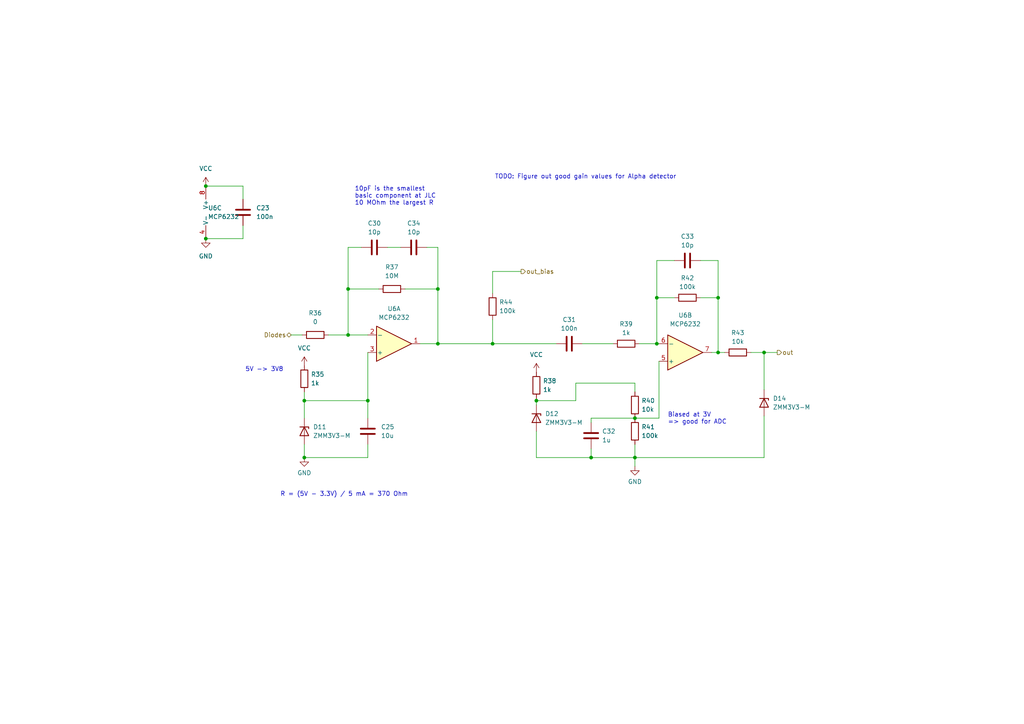
<source format=kicad_sch>
(kicad_sch (version 20231120) (generator "eeschema") (generator_version "8.0")
  (paper "A4")
  (lib_symbols
    (symbol "Amplifier_Operational:LM358" (pin_names (offset 0.127))
      (property "Reference" "U" (at 0 5.08 0))
      (property "Value" "LM358" (at 0 -5.08 0))
      (symbol "LM358_1_1"
        (polyline (pts (xy -5.08 5.08) (xy 5.08 0) (xy -5.08 -5.08) (xy -5.08 5.08)) (stroke (width 0.254)) (fill (type background)))
        (pin output line (at 7.62 0 180) (length 2.54) (name "~") (number "1"))
        (pin input line (at -7.62 -2.54 0) (length 2.54) (name "-") (number "2"))
        (pin input line (at -7.62 2.54 0) (length 2.54) (name "+") (number "3"))
      )
      (symbol "LM358_2_1"
        (polyline (pts (xy -5.08 5.08) (xy 5.08 0) (xy -5.08 -5.08) (xy -5.08 5.08)) (stroke (width 0.254)) (fill (type background)))
        (pin input line (at -7.62 2.54 0) (length 2.54) (name "+") (number "5"))
        (pin input line (at -7.62 -2.54 0) (length 2.54) (name "-") (number "6"))
        (pin output line (at 7.62 0 180) (length 2.54) (name "~") (number "7"))
      )
      (symbol "LM358_3_1"
        (pin power_in line (at -2.54 -7.62 90) (length 3.81) (name "V-") (number "4"))
        (pin power_in line (at -2.54 7.62 270) (length 3.81) (name "V+") (number "8"))
      )
    )
    (symbol "Device:C" (pin_numbers hide) (pin_names (offset 0.254))
      (property "Reference" "C" (at 0.635 2.54 0))
      (property "Value" "C" (at 0.635 -2.54 0))
      (symbol "C_0_1"
        (polyline (pts (xy -2.032 -0.762) (xy 2.032 -0.762)) (stroke (width 0.508)))
        (polyline (pts (xy -2.032 0.762) (xy 2.032 0.762)) (stroke (width 0.508)))
      )
      (symbol "C_1_1"
        (pin passive line (at 0 3.81 270) (length 2.794) (name "~") (number "1"))
        (pin passive line (at 0 -3.81 90) (length 2.794) (name "~") (number "2"))
      )
    )
    (symbol "Device:R" (pin_numbers hide) (pin_names (offset 0))
      (property "Reference" "R" (at 2.032 0 90))
      (property "Value" "R" (at 0 0 90))
      (symbol "R_0_1"
        (rectangle (start -1.016 -2.54) (end 1.016 2.54) (stroke (width 0.254)))
      )
      (symbol "R_1_1"
        (pin passive line (at 0 3.81 270) (length 1.27) (name "~") (number "1"))
        (pin passive line (at 0 -3.81 90) (length 1.27) (name "~") (number "2"))
      )
    )
    (symbol "Diode:ZMMxx" (pin_numbers hide) (pin_names hide)
      (property "Reference" "D" (at 0 2.54 0))
      (property "Value" "ZMMxx" (at 0 -2.54 0))
      (symbol "ZMMxx_0_1"
        (polyline (pts (xy 1.27 0) (xy -1.27 0)))
        (polyline (pts (xy -1.27 -1.27) (xy -1.27 1.27) (xy -0.762 1.27)) (stroke (width 0.254)))
        (polyline (pts (xy 1.27 -1.27) (xy 1.27 1.27) (xy -1.27 0) (xy 1.27 -1.27)) (stroke (width 0.254)))
      )
      (symbol "ZMMxx_1_1"
        (pin passive line (at -3.81 0 0) (length 2.54) (name "K") (number "1"))
        (pin passive line (at 3.81 0 180) (length 2.54) (name "A") (number "2"))
      )
    )
    (symbol "power:GND" (power) (pin_names (offset 0))
      (property "Value" "GND" (at 0 -3.81 0))
      (symbol "GND_0_1"
        (polyline (pts (xy 0 0) (xy 0 -1.27) (xy 1.27 -1.27) (xy 0 -2.54) (xy -1.27 -1.27) (xy 0 -1.27)))
      )
      (symbol "GND_1_1"
        (pin power_in line (at 0 0 270) (length 0) hide (name "GND") (number "1"))
      )
    )
    (symbol "power:VCC" (power) (pin_names (offset 0))
      (property "Value" "VCC" (at 0 3.81 0))
      (symbol "VCC_0_1"
        (polyline (pts (xy -0.762 1.27) (xy 0 2.54)))
        (polyline (pts (xy 0 0) (xy 0 2.54)))
        (polyline (pts (xy 0 2.54) (xy 0.762 1.27)))
      )
      (symbol "VCC_1_1"
        (pin power_in line (at 0 0 90) (length 0) hide (name "VCC") (number "1"))
      )
    )
  )
  (junction (at 127 99.695))
  (junction (at 88.265 132.715))
  (junction (at 171.45 132.715))
  (junction (at 221.615 102.235))
  (junction (at 190.5 86.36))
  (junction (at 208.28 102.235))
  (junction (at 184.15 121.285))
  (junction (at 190.5 99.695))
  (junction (at 184.15 132.715))
  (junction (at 100.965 97.155))
  (junction (at 100.965 83.82))
  (junction (at 59.69 53.975))
  (junction (at 106.68 116.205))
  (junction (at 59.69 69.215))
  (junction (at 127 83.82))
  (junction (at 88.265 116.205))
  (junction (at 208.28 86.36))
  (junction (at 155.575 116.205))
  (junction (at 142.875 99.695))
  (wire (pts (xy 117.475 83.82) (xy 127 83.82)))
  (wire (pts (xy 70.485 53.975) (xy 70.485 57.785)))
  (wire (pts (xy 88.265 121.285) (xy 88.265 116.205)))
  (wire (pts (xy 184.15 135.255) (xy 184.15 132.715)))
  (wire (pts (xy 88.265 116.205) (xy 106.68 116.205)))
  (wire (pts (xy 95.25 97.155) (xy 100.965 97.155)))
  (wire (pts (xy 155.575 116.205) (xy 167.005 116.205)))
  (wire (pts (xy 155.575 115.57) (xy 155.575 116.205)))
  (wire (pts (xy 203.2 86.36) (xy 208.28 86.36)))
  (wire (pts (xy 203.2 75.565) (xy 208.28 75.565)))
  (wire (pts (xy 106.68 128.905) (xy 106.68 132.715)))
  (wire (pts (xy 59.69 69.215) (xy 70.485 69.215)))
  (wire (pts (xy 191.135 121.285) (xy 191.135 104.775)))
  (wire (pts (xy 123.825 71.755) (xy 127 71.755)))
  (wire (pts (xy 177.8 99.695) (xy 168.91 99.695)))
  (wire (pts (xy 208.28 102.235) (xy 210.185 102.235)))
  (wire (pts (xy 208.28 86.36) (xy 208.28 102.235)))
  (wire (pts (xy 171.45 132.715) (xy 155.575 132.715)))
  (wire (pts (xy 190.5 99.695) (xy 191.135 99.695)))
  (wire (pts (xy 184.15 132.715) (xy 184.15 128.905)))
  (wire (pts (xy 171.45 122.555) (xy 171.45 121.285)))
  (wire (pts (xy 171.45 121.285) (xy 184.15 121.285)))
  (wire (pts (xy 70.485 69.215) (xy 70.485 65.405)))
  (wire (pts (xy 184.15 121.285) (xy 191.135 121.285)))
  (wire (pts (xy 88.265 132.715) (xy 88.265 128.905)))
  (wire (pts (xy 127 99.695) (xy 142.875 99.695)))
  (wire (pts (xy 155.575 125.095) (xy 155.575 132.715)))
  (wire (pts (xy 121.92 99.695) (xy 127 99.695)))
  (wire (pts (xy 184.15 132.715) (xy 221.615 132.715)))
  (wire (pts (xy 167.005 111.125) (xy 184.15 111.125)))
  (wire (pts (xy 171.45 130.175) (xy 171.45 132.715)))
  (wire (pts (xy 208.28 75.565) (xy 208.28 86.36)))
  (wire (pts (xy 155.575 116.205) (xy 155.575 117.475)))
  (wire (pts (xy 142.875 92.71) (xy 142.875 99.695)))
  (wire (pts (xy 190.5 75.565) (xy 195.58 75.565)))
  (wire (pts (xy 112.395 71.755) (xy 116.205 71.755)))
  (wire (pts (xy 100.965 71.755) (xy 100.965 83.82)))
  (wire (pts (xy 100.965 71.755) (xy 104.775 71.755)))
  (wire (pts (xy 59.69 53.975) (xy 70.485 53.975)))
  (wire (pts (xy 190.5 86.36) (xy 190.5 75.565)))
  (wire (pts (xy 106.68 102.235) (xy 106.68 116.205)))
  (wire (pts (xy 106.68 121.285) (xy 106.68 116.205)))
  (wire (pts (xy 217.805 102.235) (xy 221.615 102.235)))
  (wire (pts (xy 221.615 113.03) (xy 221.615 102.235)))
  (wire (pts (xy 167.005 116.205) (xy 167.005 111.125)))
  (wire (pts (xy 106.68 132.715) (xy 88.265 132.715)))
  (wire (pts (xy 127 83.82) (xy 127 99.695)))
  (wire (pts (xy 208.28 102.235) (xy 206.375 102.235)))
  (wire (pts (xy 185.42 99.695) (xy 190.5 99.695)))
  (wire (pts (xy 142.875 99.695) (xy 161.29 99.695)))
  (wire (pts (xy 109.855 83.82) (xy 100.965 83.82)))
  (wire (pts (xy 100.965 83.82) (xy 100.965 97.155)))
  (wire (pts (xy 151.13 78.74) (xy 142.875 78.74)))
  (wire (pts (xy 190.5 86.36) (xy 190.5 99.695)))
  (wire (pts (xy 127 71.755) (xy 127 83.82)))
  (wire (pts (xy 84.455 97.155) (xy 87.63 97.155)))
  (wire (pts (xy 221.615 102.235) (xy 225.425 102.235)))
  (wire (pts (xy 100.965 97.155) (xy 106.68 97.155)))
  (wire (pts (xy 184.15 132.715) (xy 171.45 132.715)))
  (wire (pts (xy 142.875 78.74) (xy 142.875 85.09)))
  (wire (pts (xy 88.265 113.665) (xy 88.265 116.205)))
  (wire (pts (xy 195.58 86.36) (xy 190.5 86.36)))
  (wire (pts (xy 184.15 111.125) (xy 184.15 113.665)))
  (wire (pts (xy 221.615 132.715) (xy 221.615 120.65)))
  (text "5V -> 3V8" (at 71.12 107.95 0) (effects (font (size 1.27 1.27)) (justify left bottom)))
  (text "TODO: Figure out good gain values for Alpha detector" (at 143.51 52.07 0) (effects (font (size 1.27 1.27)) (justify left bottom)))
  (text "10pF is the smallest\nbasic component at JLC\n10 MOhm the largest R" (at 102.87 59.69 0) (effects (font (size 1.27 1.27)) (justify left bottom)))
  (text "R = (5V - 3.3V) / 5 mA = 370 Ohm" (at 81.28 144.145 0) (effects (font (size 1.27 1.27)) (justify left bottom)))
  (text "Biased at 3V\n=> good for ADC" (at 193.675 123.19 0) (effects (font (size 1.27 1.27)) (justify left bottom)))
  (hierarchical_label "out" (shape output) (at 225.425 102.235 0))
  (hierarchical_label "Diodes" (shape bidirectional) (at 84.455 97.155 180))
  (hierarchical_label "out_bias" (shape output) (at 151.13 78.74 0))
  (symbol (lib_id "Amplifier_Operational:LM358") (at 62.23 61.595 0) (unit 3)
    (property "Reference" "U6" (at 60.325 60.3249 0) (effects (justify left)))
    (property "Value" "MCP6232" (at 60.325 62.8649 0) (effects (justify left)))
    (property "Footprint" "Package_SO:SOIC-8_3.9x4.9mm_P1.27mm" (effects (hide yes)))
    (property "Datasheet" "http://www.ti.com/lit/ds/symlink/lm2904-n.pdf" (effects (hide yes)))
  )
  (symbol (lib_id "Device:R") (at 113.665 83.82 270) (unit 1)
    (property "Reference" "R37" (at 113.665 77.47 90))
    (property "Value" "10M" (at 113.665 80.01 90))
    (property "Footprint" "Resistor_SMD:R_0603_1608Metric" (effects (hide yes)))
  )
  (symbol (lib_id "Device:R") (at 184.15 125.095 180) (unit 1)
    (property "Reference" "R41" (at 186.055 123.825 0) (effects (justify right)))
    (property "Value" "100k" (at 186.055 126.365 0) (effects (justify right)))
    (property "Footprint" "Resistor_SMD:R_0603_1608Metric" (effects (hide yes)))
  )
  (symbol (lib_id "power:GND") (at 184.15 135.255 0) (unit 1)
    (property "Reference" "#PWR041" (effects (hide yes)))
    (property "Value" "GND" (at 184.15 139.7 0))
  )
  (symbol (lib_id "Amplifier_Operational:LM358") (at 198.755 102.235 0) (mirror x) (unit 2)
    (property "Reference" "U6" (at 198.755 91.44 0))
    (property "Value" "MCP6232" (at 198.755 93.98 0))
    (property "Footprint" "Package_SO:SOIC-8_3.9x4.9mm_P1.27mm" (effects (hide yes)))
    (property "Datasheet" "http://www.ti.com/lit/ds/symlink/lm2904-n.pdf" (effects (hide yes)))
  )
  (symbol (lib_id "Device:C") (at 120.015 71.755 90) (unit 1)
    (property "Reference" "C34" (at 120.015 64.77 90))
    (property "Value" "10p" (at 120.015 67.31 90))
    (property "Footprint" "Capacitor_SMD:C_0603_1608Metric" (effects (hide yes)))
  )
  (symbol (lib_id "Device:C") (at 199.39 75.565 90) (mirror x) (unit 1)
    (property "Reference" "C33" (at 199.39 68.58 90))
    (property "Value" "10p" (at 199.39 71.12 90))
    (property "Footprint" "Capacitor_SMD:C_0603_1608Metric" (effects (hide yes)))
  )
  (symbol (lib_id "Amplifier_Operational:LM358") (at 114.3 99.695 0) (mirror x) (unit 1)
    (property "Reference" "U6" (at 114.3 89.535 0))
    (property "Value" "MCP6232" (at 114.3 92.075 0))
    (property "Footprint" "Package_SO:SOIC-8_3.9x4.9mm_P1.27mm" (effects (hide yes)))
    (property "Datasheet" "http://www.ti.com/lit/ds/symlink/lm2904-n.pdf" (effects (hide yes)))
  )
  (symbol (lib_id "power:GND") (at 59.69 69.215 0) (unit 1)
    (property "Reference" "#PWR033" (effects (hide yes)))
    (property "Value" "GND" (at 59.69 74.295 0))
  )
  (symbol (lib_id "Device:C") (at 108.585 71.755 90) (unit 1)
    (property "Reference" "C30" (at 108.585 64.77 90))
    (property "Value" "10p" (at 108.585 67.31 90))
    (property "Footprint" "Capacitor_SMD:C_0603_1608Metric" (effects (hide yes)))
  )
  (symbol (lib_id "Device:R") (at 91.44 97.155 270) (unit 1)
    (property "Reference" "R36" (at 91.44 90.805 90))
    (property "Value" "0" (at 91.44 93.345 90))
    (property "Footprint" "Resistor_SMD:R_0603_1608Metric" (effects (hide yes)))
  )
  (symbol (lib_id "Device:R") (at 88.265 109.855 0) (mirror y) (unit 1)
    (property "Reference" "R35" (at 90.17 108.585 0) (effects (justify right)))
    (property "Value" "1k" (at 90.17 111.125 0) (effects (justify right)))
    (property "Footprint" "Resistor_SMD:R_0603_1608Metric" (effects (hide yes)))
  )
  (symbol (lib_id "Device:C") (at 70.485 61.595 0) (unit 1)
    (property "Reference" "C23" (at 74.295 60.3249 0) (effects (justify left)))
    (property "Value" "100n" (at 74.295 62.8649 0) (effects (justify left)))
    (property "Footprint" "Capacitor_SMD:C_0603_1608Metric" (effects (hide yes)))
  )
  (symbol (lib_id "Device:C") (at 171.45 126.365 0) (unit 1)
    (property "Reference" "C32" (at 174.625 125.095 0) (effects (justify left)))
    (property "Value" "1u" (at 174.625 127.635 0) (effects (justify left)))
    (property "Footprint" "Capacitor_SMD:C_0603_1608Metric" (effects (hide yes)))
  )
  (symbol (lib_id "Diode:ZMMxx") (at 88.265 125.095 270) (unit 1)
    (property "Reference" "D11" (at 90.805 123.8249 90) (effects (justify left)))
    (property "Value" "ZMM3V3-M" (at 90.805 126.3649 90) (effects (justify left)))
    (property "Footprint" "Diode_SMD:D_MiniMELF" (effects (hide yes)))
    (property "Datasheet" "https://diotec.com/tl_files/diotec/files/pdf/datasheets/zmm1.pdf" (effects (hide yes)))
  )
  (symbol (lib_id "power:VCC") (at 155.575 107.95 0) (unit 1)
    (property "Reference" "#PWR039" (effects (hide yes)))
    (property "Value" "VCC" (at 155.575 102.87 0))
  )
  (symbol (lib_id "Device:R") (at 181.61 99.695 270) (unit 1)
    (property "Reference" "R39" (at 181.61 93.98 90))
    (property "Value" "1k" (at 181.61 96.52 90))
    (property "Footprint" "Resistor_SMD:R_0603_1608Metric" (effects (hide yes)))
  )
  (symbol (lib_id "Device:R") (at 213.995 102.235 270) (unit 1)
    (property "Reference" "R43" (at 213.995 96.52 90))
    (property "Value" "10k" (at 213.995 99.06 90))
    (property "Footprint" "Resistor_SMD:R_0603_1608Metric" (effects (hide yes)))
  )
  (symbol (lib_id "Device:R") (at 199.39 86.36 270) (unit 1)
    (property "Reference" "R42" (at 199.39 80.645 90))
    (property "Value" "100k" (at 199.39 83.185 90))
    (property "Footprint" "Resistor_SMD:R_0603_1608Metric" (effects (hide yes)))
  )
  (symbol (lib_id "Device:R") (at 184.15 117.475 180) (unit 1)
    (property "Reference" "R40" (at 186.055 116.205 0) (effects (justify right)))
    (property "Value" "10k" (at 186.055 118.745 0) (effects (justify right)))
    (property "Footprint" "Resistor_SMD:R_0603_1608Metric" (effects (hide yes)))
  )
  (symbol (lib_id "power:VCC") (at 59.69 53.975 0) (unit 1)
    (property "Reference" "#PWR032" (effects (hide yes)))
    (property "Value" "VCC" (at 59.69 48.895 0))
  )
  (symbol (lib_id "power:VCC") (at 88.265 106.045 0) (unit 1)
    (property "Reference" "#PWR034" (effects (hide yes)))
    (property "Value" "VCC" (at 88.265 100.965 0))
  )
  (symbol (lib_id "Diode:ZMMxx") (at 155.575 121.285 270) (unit 1)
    (property "Reference" "D12" (at 158.115 120.0149 90) (effects (justify left)))
    (property "Value" "ZMM3V3-M" (at 158.115 122.5549 90) (effects (justify left)))
    (property "Footprint" "Diode_SMD:D_MiniMELF" (effects (hide yes)))
    (property "Datasheet" "https://diotec.com/tl_files/diotec/files/pdf/datasheets/zmm1.pdf" (effects (hide yes)))
  )
  (symbol (lib_id "power:GND") (at 88.265 132.715 0) (unit 1)
    (property "Reference" "#PWR035" (effects (hide yes)))
    (property "Value" "GND" (at 88.265 137.16 0))
  )
  (symbol (lib_id "Device:R") (at 142.875 88.9 0) (unit 1)
    (property "Reference" "R44" (at 144.78 87.63 0) (effects (justify left)))
    (property "Value" "100k" (at 144.78 90.17 0) (effects (justify left)))
    (property "Footprint" "Resistor_SMD:R_0603_1608Metric" (effects (hide yes)))
  )
  (symbol (lib_id "Device:R") (at 155.575 111.76 0) (mirror y) (unit 1)
    (property "Reference" "R38" (at 157.48 110.49 0) (effects (justify right)))
    (property "Value" "1k" (at 157.48 113.03 0) (effects (justify right)))
    (property "Footprint" "Resistor_SMD:R_0603_1608Metric" (effects (hide yes)))
  )
  (symbol (lib_id "Diode:ZMMxx") (at 221.615 116.84 270) (unit 1)
    (property "Reference" "D14" (at 224.155 115.5699 90) (effects (justify left)))
    (property "Value" "ZMM3V3-M" (at 224.155 118.1099 90) (effects (justify left)))
    (property "Footprint" "Diode_SMD:D_MiniMELF" (effects (hide yes)))
    (property "Datasheet" "https://diotec.com/tl_files/diotec/files/pdf/datasheets/zmm1.pdf" (effects (hide yes)))
  )
  (symbol (lib_id "Device:C") (at 165.1 99.695 90) (mirror x) (unit 1)
    (property "Reference" "C31" (at 165.1 92.71 90))
    (property "Value" "100n" (at 165.1 95.25 90))
    (property "Footprint" "Capacitor_SMD:C_0603_1608Metric" (effects (hide yes)))
  )
  (symbol (lib_id "Device:C") (at 106.68 125.095 0) (unit 1)
    (property "Reference" "C25" (at 110.49 123.825 0) (effects (justify left)))
    (property "Value" "10u" (at 110.49 126.365 0) (effects (justify left)))
    (property "Footprint" "Capacitor_SMD:C_0603_1608Metric" (effects (hide yes)))
  )
)
</source>
